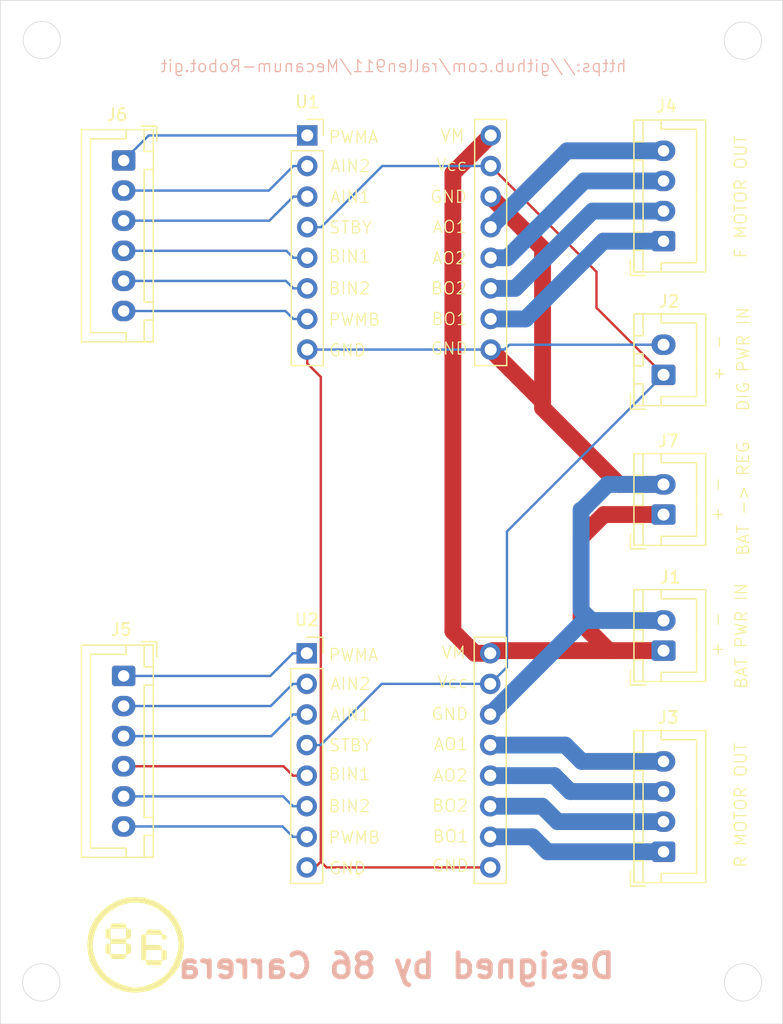
<source format=kicad_pcb>
(kicad_pcb (version 20240108) (generator "pcbnew") (generator_version "8.0")
  (layers (0 "F.Cu" signal) (31 "B.Cu" signal) (34 "B.Paste" user) (35 "F.Paste" user) (36 "B.SilkS" user "B.Silkscreen") (37 "F.SilkS" user "F.Silkscreen") (38 "B.Mask" user) (39 "F.Mask" user) (44 "Edge.Cuts" user))
  (net 0 "")
  (net 1 "Net-(J1-Pin_1)")
  (net 2 "Net-(J1-Pin_2)")
  (net 3 "Net-(J2-Pin_1)")
  (net 4 "Net-(J3-Pin_4)")
  (net 5 "Net-(J3-Pin_2)")
  (net 6 "Net-(J3-Pin_1)")
  (net 7 "Net-(J3-Pin_3)")
  (net 8 "Net-(J4-Pin_2)")
  (net 9 "Net-(J4-Pin_4)")
  (net 10 "Net-(J4-Pin_1)")
  (net 11 "Net-(J4-Pin_3)")
  (net 12 "Net-(J5-Pin_3)")
  (net 13 "Net-(J5-Pin_1)")
  (net 14 "Net-(J5-Pin_6)")
  (net 15 "Net-(J5-Pin_5)")
  (net 16 "Net-(J5-Pin_4)")
  (net 17 "Net-(J5-Pin_2)")
  (net 18 "Net-(J6-Pin_3)")
  (net 19 "Net-(J6-Pin_1)")
  (net 20 "Net-(J6-Pin_4)")
  (net 21 "Net-(J6-Pin_6)")
  (net 22 "Net-(J6-Pin_5)")
  (net 23 "Net-(J6-Pin_2)")
  (footprint "Connector_JST:JST_XH_B4B-XH-A_1x04_P2.50mm_Vertical" (layer "F.Cu") (at 155.1 70 90)
    (property "Reference" "J4" (at 11.2 0.25 180) (layer "F.SilkS"))
    (property "Value" "Conn_01x04")
    (fp_line (start -1.6 -2.75) (end -2.85 -2.75) (stroke (width 0.12)) (layer "F.SilkS"))
    (fp_line (start -2.85 -2.75) (end -2.85 -1.5) (stroke (width 0.12)) (layer "F.SilkS"))
    (fp_line (start 10.06 -2.46) (end -2.56 -2.46) (stroke (width 0.12)) (layer "F.SilkS"))
    (fp_line (start -2.56 -2.46) (end -2.56 3.51) (stroke (width 0.12)) (layer "F.SilkS"))
    (fp_line (start 10.05 -2.45) (end 8.25 -2.45) (stroke (width 0.12)) (layer "F.SilkS"))
    (fp_line (start 8.25 -2.45) (end 8.25 -1.7) (stroke (width 0.12)) (layer "F.SilkS"))
    (fp_line (start 6.75 -2.45) (end 0.75 -2.45) (stroke (width 0.12)) (layer "F.SilkS"))
    (fp_line (start 0.75 -2.45) (end 0.75 -1.7) (stroke (width 0.12)) (layer "F.SilkS"))
    (fp_line (start -0.75 -2.45) (end -2.55 -2.45) (stroke (width 0.12)) (layer "F.SilkS"))
    (fp_line (start -2.55 -2.45) (end -2.55 -1.7) (stroke (width 0.12)) (layer "F.SilkS"))
    (fp_line (start 10.05 -1.7) (end 10.05 -2.45) (stroke (width 0.12)) (layer "F.SilkS"))
    (fp_line (start 8.25 -1.7) (end 10.05 -1.7) (stroke (width 0.12)) (layer "F.SilkS"))
    (fp_line (start 6.75 -1.7) (end 6.75 -2.45) (stroke (width 0.12)) (layer "F.SilkS"))
    (fp_line (start 0.75 -1.7) (end 6.75 -1.7) (stroke (width 0.12)) (layer "F.SilkS"))
    (fp_line (start -0.75 -1.7) (end -0.75 -2.45) (stroke (width 0.12)) (layer "F.SilkS"))
    (fp_line (start -2.55 -1.7) (end -0.75 -1.7) (stroke (width 0.12)) (layer "F.SilkS"))
    (fp_line (start 10.05 -0.2) (end 9.3 -0.2) (stroke (width 0.12)) (layer "F.SilkS"))
    (fp_line (start 9.3 -0.2) (end 9.3 2.75) (stroke (width 0.12)) (layer "F.SilkS"))
    (fp_line (start -1.8 -0.2) (end -1.8 2.75) (stroke (width 0.12)) (layer "F.SilkS"))
    (fp_line (start -2.55 -0.2) (end -1.8 -0.2) (stroke (width 0.12)) (layer "F.SilkS"))
    (fp_line (start 9.3 2.75) (end 3.75 2.75) (stroke (width 0.12)) (layer "F.SilkS"))
    (fp_line (start -1.8 2.75) (end 3.75 2.75) (stroke (width 0.12)) (layer "F.SilkS"))
    (fp_line (start 10.06 3.51) (end 10.06 -2.46) (stroke (width 0.12)) (layer "F.SilkS"))
    (fp_line (start -2.56 3.51) (end 10.06 3.51) (stroke (width 0.12)) (layer "F.SilkS"))
    (pad "1" thru_hole roundrect (at 0 0 90) (size 1.7 1.95) (drill 0.95) (layers "*.Cu" "*.Mask") (roundrect_rratio 0.147059) (net 10 "Net-(J4-Pin_1)"))
    (pad "2" thru_hole oval (at 2.5 0 90) (size 1.7 1.95) (drill 0.95) (layers "*.Cu" "*.Mask") (net 8 "Net-(J4-Pin_2)"))
    (pad "3" thru_hole oval (at 5 0 90) (size 1.7 1.95) (drill 0.95) (layers "*.Cu" "*.Mask") (net 11 "Net-(J4-Pin_3)"))
    (pad "4" thru_hole oval (at 7.5 0 90) (size 1.7 1.95) (drill 0.95) (layers "*.Cu" "*.Mask") (net 9 "Net-(J4-Pin_4)"))
  )
  (footprint "Connector_JST:JST_XH_B2B-XH-A_1x02_P2.50mm_Vertical" (layer "F.Cu") (at 155.1 104 90)
    (property "Reference" "J1" (at 6.1 0.55 180) (layer "F.SilkS"))
    (property "Value" "Conn_01x02")
    (fp_line (start -1.6 -2.75) (end -2.85 -2.75) (stroke (width 0.12)) (layer "F.SilkS"))
    (fp_line (start -2.85 -2.75) (end -2.85 -1.5) (stroke (width 0.12)) (layer "F.SilkS"))
    (fp_line (start 5.06 -2.46) (end -2.56 -2.46) (stroke (width 0.12)) (layer "F.SilkS"))
    (fp_line (start -2.56 -2.46) (end -2.56 3.51) (stroke (width 0.12)) (layer "F.SilkS"))
    (fp_line (start 5.05 -2.45) (end 3.25 -2.45) (stroke (width 0.12)) (layer "F.SilkS"))
    (fp_line (start 3.25 -2.45) (end 3.25 -1.7) (stroke (width 0.12)) (layer "F.SilkS"))
    (fp_line (start 1.75 -2.45) (end 0.75 -2.45) (stroke (width 0.12)) (layer "F.SilkS"))
    (fp_line (start 0.75 -2.45) (end 0.75 -1.7) (stroke (width 0.12)) (layer "F.SilkS"))
    (fp_line (start -0.75 -2.45) (end -2.55 -2.45) (stroke (width 0.12)) (layer "F.SilkS"))
    (fp_line (start -2.55 -2.45) (end -2.55 -1.7) (stroke (width 0.12)) (layer "F.SilkS"))
    (fp_line (start 5.05 -1.7) (end 5.05 -2.45) (stroke (width 0.12)) (layer "F.SilkS"))
    (fp_line (start 3.25 -1.7) (end 5.05 -1.7) (stroke (width 0.12)) (layer "F.SilkS"))
    (fp_line (start 1.75 -1.7) (end 1.75 -2.45) (stroke (width 0.12)) (layer "F.SilkS"))
    (fp_line (start 0.75 -1.7) (end 1.75 -1.7) (stroke (width 0.12)) (layer "F.SilkS"))
    (fp_line (start -0.75 -1.7) (end -0.75 -2.45) (stroke (width 0.12)) (layer "F.SilkS"))
    (fp_line (start -2.55 -1.7) (end -0.75 -1.7) (stroke (width 0.12)) (layer "F.SilkS"))
    (fp_line (start 5.05 -0.2) (end 4.3 -0.2) (stroke (width 0.12)) (layer "F.SilkS"))
    (fp_line (start 4.3 -0.2) (end 4.3 2.75) (stroke (width 0.12)) (layer "F.SilkS"))
    (fp_line (start -1.8 -0.2) (end -1.8 2.75) (stroke (width 0.12)) (layer "F.SilkS"))
    (fp_line (start -2.55 -0.2) (end -1.8 -0.2) (stroke (width 0.12)) (layer "F.SilkS"))
    (fp_line (start 4.3 2.75) (end 1.25 2.75) (stroke (width 0.12)) (layer "F.SilkS"))
    (fp_line (start -1.8 2.75) (end 1.25 2.75) (stroke (width 0.12)) (layer "F.SilkS"))
    (fp_line (start 5.06 3.51) (end 5.06 -2.46) (stroke (width 0.12)) (layer "F.SilkS"))
    (fp_line (start -2.56 3.51) (end 5.06 3.51) (stroke (width 0.12)) (layer "F.SilkS"))
    (pad "1" thru_hole roundrect (at 0 0 90) (size 1.7 2) (drill 1) (layers "*.Cu" "*.Mask") (roundrect_rratio 0.147059) (net 1 "Net-(J1-Pin_1)"))
    (pad "2" thru_hole oval (at 2.5 0 90) (size 1.7 2) (drill 1) (layers "*.Cu" "*.Mask") (net 2 "Net-(J1-Pin_2)"))
  )
  (footprint "motor driver:TB6612FNG Module_2x08_P2.54_W15.24mm" (layer "F.Cu") (at 125.46 104.22)
    (property "Reference" "U2" (at 0 -2.77 0) (layer "F.SilkS"))
    (property "Value" "~")
    (fp_line (start -1.33 1.27) (end -1.33 19.11) (stroke (width 0.12)) (layer "F.SilkS"))
    (fp_line (start -1.33 1.27) (end 1.33 1.27) (stroke (width 0.12)) (layer "F.SilkS"))
    (fp_line (start -1.33 19.11) (end 1.33 19.11) (stroke (width 0.12)) (layer "F.SilkS"))
    (fp_line (start 0 -1.33) (end 1.33 -1.33) (stroke (width 0.12)) (layer "F.SilkS"))
    (fp_line (start 1.33 -1.33) (end 1.33 0) (stroke (width 0.12)) (layer "F.SilkS"))
    (fp_line (start 1.33 1.27) (end 1.33 19.11) (stroke (width 0.12)) (layer "F.SilkS"))
    (fp_line (start 13.91 -1.33) (end 13.91 19.11) (stroke (width 0.12)) (layer "F.SilkS"))
    (fp_line (start 13.91 -1.33) (end 16.57 -1.33) (stroke (width 0.12)) (layer "F.SilkS"))
    (fp_line (start 13.91 19.11) (end 16.57 19.11) (stroke (width 0.12)) (layer "F.SilkS"))
    (fp_line (start 16.57 -1.33) (end 16.57 19.11) (stroke (width 0.12)) (layer "F.SilkS"))
    (pad "1" thru_hole rect (at 0 0) (size 1.7 1.7) (drill 1) (layers "*.Cu" "*.Mask") (net 13 "Net-(J5-Pin_1)"))
    (pad "2" thru_hole oval (at 0 2.54) (size 1.7 1.7) (drill 1) (layers "*.Cu" "*.Mask") (net 17 "Net-(J5-Pin_2)"))
    (pad "3" thru_hole oval (at 0 5.08) (size 1.7 1.7) (drill 1) (layers "*.Cu" "*.Mask") (net 12 "Net-(J5-Pin_3)"))
    (pad "4" thru_hole oval (at 0 7.62) (size 1.7 1.7) (drill 1) (layers "*.Cu" "*.Mask") (net 3 "Net-(J2-Pin_1)"))
    (pad "5" thru_hole oval (at 0 10.16) (size 1.7 1.7) (drill 1) (layers "*.Cu" "*.Mask") (net 16 "Net-(J5-Pin_4)"))
    (pad "6" thru_hole oval (at 0 12.7) (size 1.7 1.7) (drill 1) (layers "*.Cu" "*.Mask") (net 15 "Net-(J5-Pin_5)"))
    (pad "7" thru_hole oval (at 0 15.24) (size 1.7 1.7) (drill 1) (layers "*.Cu" "*.Mask") (net 14 "Net-(J5-Pin_6)"))
    (pad "8" thru_hole oval (at 0 17.78) (size 1.7 1.7) (drill 1) (layers "*.Cu" "*.Mask") (net 2 "Net-(J1-Pin_2)"))
    (pad "9" thru_hole oval (at 15.24 17.78) (size 1.7 1.7) (drill 1) (layers "*.Cu" "*.Mask") (net 2 "Net-(J1-Pin_2)"))
    (pad "10" thru_hole oval (at 15.24 15.24) (size 1.7 1.7) (drill 1) (layers "*.Cu" "*.Mask") (net 6 "Net-(J3-Pin_1)"))
    (pad "11" thru_hole oval (at 15.24 12.7) (size 1.7 1.7) (drill 1) (layers "*.Cu" "*.Mask") (net 5 "Net-(J3-Pin_2)"))
    (pad "12" thru_hole oval (at 15.24 10.16) (size 1.7 1.7) (drill 1) (layers "*.Cu" "*.Mask") (net 7 "Net-(J3-Pin_3)"))
    (pad "13" thru_hole oval (at 15.24 7.62) (size 1.7 1.7) (drill 1) (layers "*.Cu" "*.Mask") (net 4 "Net-(J3-Pin_4)"))
    (pad "14" thru_hole oval (at 15.24 5.08) (size 1.7 1.7) (drill 1) (layers "*.Cu" "*.Mask") (net 2 "Net-(J1-Pin_2)"))
    (pad "15" thru_hole oval (at 15.24 2.54) (size 1.7 1.7) (drill 1) (layers "*.Cu" "*.Mask") (net 3 "Net-(J2-Pin_1)"))
    (pad "16" thru_hole circle (at 15.24 0) (size 1.7 1.7) (drill 1) (layers "*.Cu" "*.Mask") (net 1 "Net-(J1-Pin_1)"))
  )
  (footprint "Connector_JST:JST_XH_B4B-XH-A_1x04_P2.50mm_Vertical" (layer "F.Cu") (at 155.1 120.7 90)
    (property "Reference" "J3" (at 11.15 0.4 180) (layer "F.SilkS"))
    (property "Value" "Conn_01x04")
    (fp_line (start -1.6 -2.75) (end -2.85 -2.75) (stroke (width 0.12)) (layer "F.SilkS"))
    (fp_line (start -2.85 -2.75) (end -2.85 -1.5) (stroke (width 0.12)) (layer "F.SilkS"))
    (fp_line (start 10.06 -2.46) (end -2.56 -2.46) (stroke (width 0.12)) (layer "F.SilkS"))
    (fp_line (start -2.56 -2.46) (end -2.56 3.51) (stroke (width 0.12)) (layer "F.SilkS"))
    (fp_line (start 10.05 -2.45) (end 8.25 -2.45) (stroke (width 0.12)) (layer "F.SilkS"))
    (fp_line (start 8.25 -2.45) (end 8.25 -1.7) (stroke (width 0.12)) (layer "F.SilkS"))
    (fp_line (start 6.75 -2.45) (end 0.75 -2.45) (stroke (width 0.12)) (layer "F.SilkS"))
    (fp_line (start 0.75 -2.45) (end 0.75 -1.7) (stroke (width 0.12)) (layer "F.SilkS"))
    (fp_line (start -0.75 -2.45) (end -2.55 -2.45) (stroke (width 0.12)) (layer "F.SilkS"))
    (fp_line (start -2.55 -2.45) (end -2.55 -1.7) (stroke (width 0.12)) (layer "F.SilkS"))
    (fp_line (start 10.05 -1.7) (end 10.05 -2.45) (stroke (width 0.12)) (layer "F.SilkS"))
    (fp_line (start 8.25 -1.7) (end 10.05 -1.7) (stroke (width 0.12)) (layer "F.SilkS"))
    (fp_line (start 6.75 -1.7) (end 6.75 -2.45) (stroke (width 0.12)) (layer "F.SilkS"))
    (fp_line (start 0.75 -1.7) (end 6.75 -1.7) (stroke (width 0.12)) (layer "F.SilkS"))
    (fp_line (start -0.75 -1.7) (end -0.75 -2.45) (stroke (width 0.12)) (layer "F.SilkS"))
    (fp_line (start -2.55 -1.7) (end -0.75 -1.7) (stroke (width 0.12)) (layer "F.SilkS"))
    (fp_line (start 10.05 -0.2) (end 9.3 -0.2) (stroke (width 0.12)) (layer "F.SilkS"))
    (fp_line (start 9.3 -0.2) (end 9.3 2.75) (stroke (width 0.12)) (layer "F.SilkS"))
    (fp_line (start -1.8 -0.2) (end -1.8 2.75) (stroke (width 0.12)) (layer "F.SilkS"))
    (fp_line (start -2.55 -0.2) (end -1.8 -0.2) (stroke (width 0.12)) (layer "F.SilkS"))
    (fp_line (start 9.3 2.75) (end 3.75 2.75) (stroke (width 0.12)) (layer "F.SilkS"))
    (fp_line (start -1.8 2.75) (end 3.75 2.75) (stroke (width 0.12)) (layer "F.SilkS"))
    (fp_line (start 10.06 3.51) (end 10.06 -2.46) (stroke (width 0.12)) (layer "F.SilkS"))
    (fp_line (start -2.56 3.51) (end 10.06 3.51) (stroke (width 0.12)) (layer "F.SilkS"))
    (pad "1" thru_hole roundrect (at 0 0 90) (size 1.7 1.95) (drill 0.95) (layers "*.Cu" "*.Mask") (roundrect_rratio 0.147059) (net 6 "Net-(J3-Pin_1)"))
    (pad "2" thru_hole oval (at 2.5 0 90) (size 1.7 1.95) (drill 0.95) (layers "*.Cu" "*.Mask") (net 5 "Net-(J3-Pin_2)"))
    (pad "3" thru_hole oval (at 5 0 90) (size 1.7 1.95) (drill 0.95) (layers "*.Cu" "*.Mask") (net 7 "Net-(J3-Pin_3)"))
    (pad "4" thru_hole oval (at 7.5 0 90) (size 1.7 1.95) (drill 0.95) (layers "*.Cu" "*.Mask") (net 4 "Net-(J3-Pin_4)"))
  )
  (footprint "Connector_JST:JST_XH_B2B-XH-A_1x02_P2.50mm_Vertical" (layer "F.Cu") (at 155.1 81.1 90)
    (property "Reference" "J2" (at 6.1 0.45 180) (layer "F.SilkS"))
    (property "Value" "Conn_01x02")
    (fp_line (start -1.6 -2.75) (end -2.85 -2.75) (stroke (width 0.12)) (layer "F.SilkS"))
    (fp_line (start -2.85 -2.75) (end -2.85 -1.5) (stroke (width 0.12)) (layer "F.SilkS"))
    (fp_line (start 5.06 -2.46) (end -2.56 -2.46) (stroke (width 0.12)) (layer "F.SilkS"))
    (fp_line (start -2.56 -2.46) (end -2.56 3.51) (stroke (width 0.12)) (layer "F.SilkS"))
    (fp_line (start 5.05 -2.45) (end 3.25 -2.45) (stroke (width 0.12)) (layer "F.SilkS"))
    (fp_line (start 3.25 -2.45) (end 3.25 -1.7) (stroke (width 0.12)) (layer "F.SilkS"))
    (fp_line (start 1.75 -2.45) (end 0.75 -2.45) (stroke (width 0.12)) (layer "F.SilkS"))
    (fp_line (start 0.75 -2.45) (end 0.75 -1.7) (stroke (width 0.12)) (layer "F.SilkS"))
    (fp_line (start -0.75 -2.45) (end -2.55 -2.45) (stroke (width 0.12)) (layer "F.SilkS"))
    (fp_line (start -2.55 -2.45) (end -2.55 -1.7) (stroke (width 0.12)) (layer "F.SilkS"))
    (fp_line (start 5.05 -1.7) (end 5.05 -2.45) (stroke (width 0.12)) (layer "F.SilkS"))
    (fp_line (start 3.25 -1.7) (end 5.05 -1.7) (stroke (width 0.12)) (layer "F.SilkS"))
    (fp_line (start 1.75 -1.7) (end 1.75 -2.45) (stroke (width 0.12)) (layer "F.SilkS"))
    (fp_line (start 0.75 -1.7) (end 1.75 -1.7) (stroke (width 0.12)) (layer "F.SilkS"))
    (fp_line (start -0.75 -1.7) (end -0.75 -2.45) (stroke (width 0.12)) (layer "F.SilkS"))
    (fp_line (start -2.55 -1.7) (end -0.75 -1.7) (stroke (width 0.12)) (layer "F.SilkS"))
    (fp_line (start 5.05 -0.2) (end 4.3 -0.2) (stroke (width 0.12)) (layer "F.SilkS"))
    (fp_line (start 4.3 -0.2) (end 4.3 2.75) (stroke (width 0.12)) (layer "F.SilkS"))
    (fp_line (start -1.8 -0.2) (end -1.8 2.75) (stroke (width 0.12)) (layer "F.SilkS"))
    (fp_line (start -2.55 -0.2) (end -1.8 -0.2) (stroke (width 0.12)) (layer "F.SilkS"))
    (fp_line (start 4.3 2.75) (end 1.25 2.75) (stroke (width 0.12)) (layer "F.SilkS"))
    (fp_line (start -1.8 2.75) (end 1.25 2.75) (stroke (width 0.12)) (layer "F.SilkS"))
    (fp_line (start 5.06 3.51) (end 5.06 -2.46) (stroke (width 0.12)) (layer "F.SilkS"))
    (fp_line (start -2.56 3.51) (end 5.06 3.51) (stroke (width 0.12)) (layer "F.SilkS"))
    (pad "1" thru_hole roundrect (at 0 0 90) (size 1.7 2) (drill 1) (layers "*.Cu" "*.Mask") (roundrect_rratio 0.147059) (net 3 "Net-(J2-Pin_1)"))
    (pad "2" thru_hole oval (at 2.5 0 90) (size 1.7 2) (drill 1) (layers "*.Cu" "*.Mask") (net 2 "Net-(J1-Pin_2)"))
  )
  (footprint "motor driver:86Carrera_logo" (layer "F.Cu") (at 111.2 128.35)
    (property "Reference" "G***" (hide yes))
    (property "Value" "LOGO" (hide yes))
    (fp_poly (pts (xy 0.741449 -3.837598) (xy 1.482138 -3.62887) (xy 2.183203 -3.273207) (xy 2.824011 -2.77061) (xy 2.918917 -2.677222) (xy 3.435795 -2.039142) (xy 3.801361 -1.337024) (xy 4.012987 -0.587865) (xy 4.068047 0.19134) (xy 3.963912 0.983595) (xy 3.697956 1.771902) (xy 3.629392 1.918851) (xy 3.39942 2.285007) (xy 3.066468 2.684218) (xy 2.676966 3.069849) (xy 2.277342 3.395264) (xy 1.96754 3.588093) (xy 1.225425 3.879931) (xy 0.443616 4.033875) (xy -0.337761 4.045246) (xy -0.993602 3.933478) (xy -1.726458 3.660945) (xy -2.378504 3.253211) (xy -2.83425 2.846555) (xy -3.355997 2.211121) (xy -3.717833 1.522776) (xy -3.923203 0.773189) (xy -3.962943 0.267619) (xy -3.52724 0.267619) (xy -3.480628 0.613609) (xy -3.240019 1.387148) (xy -2.862468 2.065889) (xy -2.357867 2.639381) (xy -1.736105 3.097172) (xy -1.007073 3.42881) (xy -0.739602 3.510145) (xy -0.238038 3.612434) (xy 0.215249 3.620456) (xy 0.708559 3.534454) (xy 0.787967 3.514372) (xy 1.558689 3.233457) (xy 2.222954 2.824461) (xy 2.772103 2.296427) (xy 3.197477 1.6584) (xy 3.490417 0.919422) (xy 3.565295 0.613609) (xy 3.616431 -0.036276) (xy 3.516639 -0.695096) (xy 3.280488 -1.335951) (xy 2.922548 -1.931941) (xy 2.457388 -2.456165) (xy 1.89958 -2.881723) (xy 1.578429 -3.054768) (xy 0.878026 -3.321907) (xy 0.218948 -3.438093) (xy -0.431958 -3.403279) (xy -1.107846 -3.217421) (xy -1.502943 -3.050473) (xy -2.094889 -2.690372) (xy -2.60493 -2.216201) (xy -3.018124 -1.655638) (xy -3.319534 -1.036361) (xy -3.494219 -0.386049) (xy -3.52724 0.267619) (xy -3.962943 0.267619) (xy -3.977324 0.084667) (xy -3.901699 -0.723266) (xy -3.672528 -1.462908) (xy -3.286363 -2.142588) (xy -2.83425 -2.677222) (xy -2.204916 -3.203166) (xy -1.512047 -3.582176) (xy -0.776276 -3.814251) (xy -0.018233 -3.899392)) (fill solid) (layer "F.SilkS"))
    (fp_poly (pts (xy 1.889321 -1.182696) (xy 2.078649 -1.166856) (xy 2.169985 -1.125924) (xy 2.198999 -1.048011) (xy 2.201333 -0.973667) (xy 2.236303 -0.812545) (xy 2.373993 -0.762894) (xy 2.413 -0.762) (xy 2.574122 -0.727031) (xy 2.623773 -0.58934) (xy 2.624667 -0.550333) (xy 2.589697 -0.389212) (xy 2.452007 -0.339561) (xy 2.413 -0.338667) (xy 2.251878 -0.373636) (xy 2.202227 -0.511327) (xy 2.201333 -0.550333) (xy 2.193419 -0.657996) (xy 2.145899 -0.721105) (xy 2.023105 -0.751551) (xy 1.789367 -0.761222) (xy 1.566333 -0.762) (xy 0.931333 -0.762) (xy 0.931333 -0.338667) (xy 0.931333 0.084667) (xy 1.566333 0.084667) (xy 1.889321 0.087304) (xy 2.078649 0.103144) (xy 2.169985 0.144076) (xy 2.198999 0.221989) (xy 2.201333 0.296333) (xy 2.236303 0.457455) (xy 2.373993 0.507106) (xy 2.413 0.508) (xy 2.538622 0.521725) (xy 2.601292 0.59177) (xy 2.622661 0.76144) (xy 2.624667 0.931333) (xy 2.617804 1.182577) (xy 2.582781 1.307917) (xy 2.497947 1.350656) (xy 2.413 1.354667) (xy 2.251878 1.389636) (xy 2.202227 1.527326) (xy 2.201333 1.566333) (xy 2.193419 1.673996) (xy 2.145899 1.737105) (xy 2.023105 1.76755) (xy 1.789367 1.777222) (xy 1.566333 1.778) (xy 1.243346 1.775362) (xy 1.054018 1.759522) (xy 0.962681 1.71859) (xy 0.933667 1.640678) (xy 0.931333 1.566333) (xy 0.896364 1.405211) (xy 0.758673 1.35556) (xy 0.719667 1.354667) (xy 0.508 1.354667) (xy 0.508 0.931333) (xy 0.931333 0.931333) (xy 0.931333 1.354667) (xy 1.566333 1.354667) (xy 2.201333 1.354667) (xy 2.201333 0.931333) (xy 2.201333 0.508) (xy 1.566333 0.508) (xy 0.931333 0.508) (xy 0.931333 0.931333) (xy 0.508 0.931333) (xy 0.508 0.296333) (xy 0.508 -0.762) (xy 0.719667 -0.762) (xy 0.880788 -0.79697) (xy 0.930439 -0.93466) (xy 0.931333 -0.973667) (xy 0.939247 -1.081329) (xy 0.986767 -1.144439) (xy 1.109562 -1.174884) (xy 1.3433 -1.184555) (xy 1.566333 -1.185333)) (fill solid) (layer "F.SilkS"))
    (fp_poly (pts (xy -1.074013 -1.690696) (xy -0.884685 -1.674856) (xy -0.793348 -1.633924) (xy -0.764334 -1.556011) (xy -0.762 -1.481667) (xy -0.727031 -1.320545) (xy -0.58934 -1.270894) (xy -0.550333 -1.27) (xy -0.424711 -1.256275) (xy -0.362042 -1.18623) (xy -0.340672 -1.01656) (xy -0.338667 -0.846667) (xy -0.345529 -0.595423) (xy -0.380552 -0.470083) (xy -0.465387 -0.427344) (xy -0.550333 -0.423333) (xy -0.711455 -0.388364) (xy -0.761106 -0.250674) (xy -0.762 -0.211667) (xy -0.727031 -0.050545) (xy -0.58934 -0.000894) (xy -0.550333 0) (xy -0.424711 0.013725) (xy -0.362042 0.08377) (xy -0.340672 0.25344) (xy -0.338667 0.423333) (xy -0.345529 0.674577) (xy -0.380552 0.799917) (xy -0.465387 0.842656) (xy -0.550333 0.846667) (xy -0.711455 0.881636) (xy -0.761106 1.019326) (xy -0.762 1.058333) (xy -0.769914 1.165996) (xy -0.817434 1.229105) (xy -0.940229 1.25955) (xy -1.173967 1.269222) (xy -1.397 1.27) (xy -1.719988 1.267362) (xy -1.909316 1.251522) (xy -2.000652 1.21059) (xy -2.029666 1.132678) (xy -2.032 1.058333) (xy -2.06697 0.897211) (xy -2.20466 0.84756) (xy -2.243667 0.846667) (xy -2.369289 0.832941) (xy -2.431959 0.762896) (xy -2.453328 0.593227) (xy -2.455333 0.423333) (xy -2.032 0.423333) (xy -2.032 0.846667) (xy -1.397 0.846667) (xy -0.762 0.846667) (xy -0.762 0.423333) (xy -0.762 0) (xy -1.397 0) (xy -2.032 0) (xy -2.032 0.423333) (xy -2.455333 0.423333) (xy -2.448471 0.172089) (xy -2.413448 0.046749) (xy -2.328614 0.00401) (xy -2.243667 0) (xy -2.082545 -0.03497) (xy -2.032894 -0.17266) (xy -2.032 -0.211667) (xy -2.06697 -0.372789) (xy -2.20466 -0.42244) (xy -2.243667 -0.423333) (xy -2.369289 -0.437059) (xy -2.431959 -0.507104) (xy -2.453328 -0.676773) (xy -2.455333 -0.846667) (xy -2.032 -0.846667) (xy -2.032 -0.423333) (xy -1.397 -0.423333) (xy -0.762 -0.423333) (xy -0.762 -0.846667) (xy -0.762 -1.27) (xy -1.397 -1.27) (xy -2.032 -1.27) (xy -2.032 -0.846667) (xy -2.455333 -0.846667) (xy -2.448471 -1.097911) (xy -2.413448 -1.223251) (xy -2.328614 -1.26599) (xy -2.243667 -1.27) (xy -2.082545 -1.30497) (xy -2.032894 -1.44266) (xy -2.032 -1.481667) (xy -2.024086 -1.589329) (xy -1.976566 -1.652439) (xy -1.853772 -1.682884) (xy -1.620034 -1.692555) (xy -1.397 -1.693333)) (fill solid) (layer "F.SilkS"))
  )
  (footprint "Connector_JST:JST_XH_B6B-XH-A_1x06_P2.50mm_Vertical" (layer "F.Cu") (at 110.25 63.3 -90)
    (property "Reference" "J6" (at -3.8 0.55 180) (layer "F.SilkS"))
    (property "Value" "Conn_01x06")
    (fp_line (start -2.56 3.51) (end 15.06 3.51) (stroke (width 0.12)) (layer "F.SilkS"))
    (fp_line (start 15.06 3.51) (end 15.06 -2.46) (stroke (width 0.12)) (layer "F.SilkS"))
    (fp_line (start -1.8 2.75) (end 6.25 2.75) (stroke (width 0.12)) (layer "F.SilkS"))
    (fp_line (start 14.3 2.75) (end 6.25 2.75) (stroke (width 0.12)) (layer "F.SilkS"))
    (fp_line (start -2.55 -0.2) (end -1.8 -0.2) (stroke (width 0.12)) (layer "F.SilkS"))
    (fp_line (start -1.8 -0.2) (end -1.8 2.75) (stroke (width 0.12)) (layer "F.SilkS"))
    (fp_line (start 14.3 -0.2) (end 14.3 2.75) (stroke (width 0.12)) (layer "F.SilkS"))
    (fp_line (start 15.05 -0.2) (end 14.3 -0.2) (stroke (width 0.12)) (layer "F.SilkS"))
    (fp_line (start -2.55 -1.7) (end -0.75 -1.7) (stroke (width 0.12)) (layer "F.SilkS"))
    (fp_line (start -0.75 -1.7) (end -0.75 -2.45) (stroke (width 0.12)) (layer "F.SilkS"))
    (fp_line (start 0.75 -1.7) (end 11.75 -1.7) (stroke (width 0.12)) (layer "F.SilkS"))
    (fp_line (start 11.75 -1.7) (end 11.75 -2.45) (stroke (width 0.12)) (layer "F.SilkS"))
    (fp_line (start 13.25 -1.7) (end 15.05 -1.7) (stroke (width 0.12)) (layer "F.SilkS"))
    (fp_line (start 15.05 -1.7) (end 15.05 -2.45) (stroke (width 0.12)) (layer "F.SilkS"))
    (fp_line (start -2.55 -2.45) (end -2.55 -1.7) (stroke (width 0.12)) (layer "F.SilkS"))
    (fp_line (start -0.75 -2.45) (end -2.55 -2.45) (stroke (width 0.12)) (layer "F.SilkS"))
    (fp_line (start 0.75 -2.45) (end 0.75 -1.7) (stroke (width 0.12)) (layer "F.SilkS"))
    (fp_line (start 11.75 -2.45) (end 0.75 -2.45) (stroke (width 0.12)) (layer "F.SilkS"))
    (fp_line (start 13.25 -2.45) (end 13.25 -1.7) (stroke (width 0.12)) (layer "F.SilkS"))
    (fp_line (start 15.05 -2.45) (end 13.25 -2.45) (stroke (width 0.12)) (layer "F.SilkS"))
    (fp_line (start -2.56 -2.46) (end -2.56 3.51) (stroke (width 0.12)) (layer "F.SilkS"))
    (fp_line (start 15.06 -2.46) (end -2.56 -2.46) (stroke (width 0.12)) (layer "F.SilkS"))
    (fp_line (start -2.85 -2.75) (end -2.85 -1.5) (stroke (width 0.12)) (layer "F.SilkS"))
    (fp_line (start -1.6 -2.75) (end -2.85 -2.75) (stroke (width 0.12)) (layer "F.SilkS"))
    (pad "1" thru_hole roundrect (at 0 0 270) (size 1.7 1.95) (drill 0.95) (layers "*.Cu" "*.Mask") (roundrect_rratio 0.147059) (net 19 "Net-(J6-Pin_1)"))
    (pad "2" thru_hole oval (at 2.5 0 270) (size 1.7 1.95) (drill 0.95) (layers "*.Cu" "*.Mask") (net 23 "Net-(J6-Pin_2)"))
    (pad "3" thru_hole oval (at 5 0 270) (size 1.7 1.95) (drill 0.95) (layers "*.Cu" "*.Mask") (net 18 "Net-(J6-Pin_3)"))
    (pad "4" thru_hole oval (at 7.5 0 270) (size 1.7 1.95) (drill 0.95) (layers "*.Cu" "*.Mask") (net 20 "Net-(J6-Pin_4)"))
    (pad "5" thru_hole oval (at 10 0 270) (size 1.7 1.95) (drill 0.95) (layers "*.Cu" "*.Mask") (net 22 "Net-(J6-Pin_5)"))
    (pad "6" thru_hole oval (at 12.5 0 270) (size 1.7 1.95) (drill 0.95) (layers "*.Cu" "*.Mask") (net 21 "Net-(J6-Pin_6)"))
  )
  (footprint "motor driver:TB6612FNG Module_2x08_P2.54_W15.24mm" (layer "F.Cu") (at 125.5 61.22)
    (property "Reference" "U1" (at 0 -2.77 0) (layer "F.SilkS"))
    (property "Value" "~")
    (fp_line (start -1.33 1.27) (end -1.33 19.11) (stroke (width 0.12)) (layer "F.SilkS"))
    (fp_line (start -1.33 1.27) (end 1.33 1.27) (stroke (width 0.12)) (layer "F.SilkS"))
    (fp_line (start -1.33 19.11) (end 1.33 19.11) (stroke (width 0.12)) (layer "F.SilkS"))
    (fp_line (start 0 -1.33) (end 1.33 -1.33) (stroke (width 0.12)) (layer "F.SilkS"))
    (fp_line (start 1.33 -1.33) (end 1.33 0) (stroke (width 0.12)) (layer "F.SilkS"))
    (fp_line (start 1.33 1.27) (end 1.33 19.11) (stroke (width 0.12)) (layer "F.SilkS"))
    (fp_line (start 13.91 -1.33) (end 13.91 19.11) (stroke (width 0.12)) (layer "F.SilkS"))
    (fp_line (start 13.91 -1.33) (end 16.57 -1.33) (stroke (width 0.12)) (layer "F.SilkS"))
    (fp_line (start 13.91 19.11) (end 16.57 19.11) (stroke (width 0.12)) (layer "F.SilkS"))
    (fp_line (start 16.57 -1.33) (end 16.57 19.11) (stroke (width 0.12)) (layer "F.SilkS"))
    (pad "1" thru_hole rect (at 0 0) (size 1.7 1.7) (drill 1) (layers "*.Cu" "*.Mask") (net 19 "Net-(J6-Pin_1)"))
    (pad "2" thru_hole oval (at 0 2.54) (size 1.7 1.7) (drill 1) (layers "*.Cu" "*.Mask") (net 23 "Net-(J6-Pin_2)"))
    (pad "3" thru_hole oval (at 0 5.08) (size 1.7 1.7) (drill 1) (layers "*.Cu" "*.Mask") (net 18 "Net-(J6-Pin_3)"))
    (pad "4" thru_hole oval (at 0 7.62) (size 1.7 1.7) (drill 1) (layers "*.Cu" "*.Mask") (net 3 "Net-(J2-Pin_1)"))
    (pad "5" thru_hole oval (at 0 10.16) (size 1.7 1.7) (drill 1) (layers "*.Cu" "*.Mask") (net 20 "Net-(J6-Pin_4)"))
    (pad "6" thru_hole oval (at 0 12.7) (size 1.7 1.7) (drill 1) (layers "*.Cu" "*.Mask") (net 22 "Net-(J6-Pin_5)"))
    (pad "7" thru_hole oval (at 0 15.24) (size 1.7 1.7) (drill 1) (layers "*.Cu" "*.Mask") (net 21 "Net-(J6-Pin_6)"))
    (pad "8" thru_hole oval (at 0 17.78) (size 1.7 1.7) (drill 1) (layers "*.Cu" "*.Mask") (net 2 "Net-(J1-Pin_2)"))
    (pad "9" thru_hole oval (at 15.24 17.78) (size 1.7 1.7) (drill 1) (layers "*.Cu" "*.Mask") (net 2 "Net-(J1-Pin_2)"))
    (pad "10" thru_hole oval (at 15.24 15.24) (size 1.7 1.7) (drill 1) (layers "*.Cu" "*.Mask") (net 10 "Net-(J4-Pin_1)"))
    (pad "11" thru_hole oval (at 15.24 12.7) (size 1.7 1.7) (drill 1) (layers "*.Cu" "*.Mask") (net 8 "Net-(J4-Pin_2)"))
    (pad "12" thru_hole oval (at 15.24 10.16) (size 1.7 1.7) (drill 1) (layers "*.Cu" "*.Mask") (net 11 "Net-(J4-Pin_3)"))
    (pad "13" thru_hole oval (at 15.24 7.62) (size 1.7 1.7) (drill 1) (layers "*.Cu" "*.Mask") (net 9 "Net-(J4-Pin_4)"))
    (pad "14" thru_hole oval (at 15.24 5.08) (size 1.7 1.7) (drill 1) (layers "*.Cu" "*.Mask") (net 2 "Net-(J1-Pin_2)"))
    (pad "15" thru_hole oval (at 15.24 2.54) (size 1.7 1.7) (drill 1) (layers "*.Cu" "*.Mask") (net 3 "Net-(J2-Pin_1)"))
    (pad "16" thru_hole circle (at 15.24 0) (size 1.7 1.7) (drill 1) (layers "*.Cu" "*.Mask") (net 1 "Net-(J1-Pin_1)"))
  )
  (footprint "Connector_JST:JST_XH_B2B-XH-A_1x02_P2.50mm_Vertical" (layer "F.Cu") (at 155.1 92.7 90)
    (property "Reference" "J7" (at 6.1 0.4 180) (layer "F.SilkS"))
    (property "Value" "Conn_01x02")
    (fp_line (start -1.6 -2.75) (end -2.85 -2.75) (stroke (width 0.12)) (layer "F.SilkS"))
    (fp_line (start -2.85 -2.75) (end -2.85 -1.5) (stroke (width 0.12)) (layer "F.SilkS"))
    (fp_line (start 5.06 -2.46) (end -2.56 -2.46) (stroke (width 0.12)) (layer "F.SilkS"))
    (fp_line (start -2.56 -2.46) (end -2.56 3.51) (stroke (width 0.12)) (layer "F.SilkS"))
    (fp_line (start 5.05 -2.45) (end 3.25 -2.45) (stroke (width 0.12)) (layer "F.SilkS"))
    (fp_line (start 3.25 -2.45) (end 3.25 -1.7) (stroke (width 0.12)) (layer "F.SilkS"))
    (fp_line (start 1.75 -2.45) (end 0.75 -2.45) (stroke (width 0.12)) (layer "F.SilkS"))
    (fp_line (start 0.75 -2.45) (end 0.75 -1.7) (stroke (width 0.12)) (layer "F.SilkS"))
    (fp_line (start -0.75 -2.45) (end -2.55 -2.45) (stroke (width 0.12)) (layer "F.SilkS"))
    (fp_line (start -2.55 -2.45) (end -2.55 -1.7) (stroke (width 0.12)) (layer "F.SilkS"))
    (fp_line (start 5.05 -1.7) (end 5.05 -2.45) (stroke (width 0.12)) (layer "F.SilkS"))
    (fp_line (start 3.25 -1.7) (end 5.05 -1.7) (stroke (width 0.12)) (layer "F.SilkS"))
    (fp_line (start 1.75 -1.7) (end 1.75 -2.45) (stroke (width 0.12)) (layer "F.SilkS"))
    (fp_line (start 0.75 -1.7) (end 1.75 -1.7) (stroke (width 0.12)) (layer "F.SilkS"))
    (fp_line (start -0.75 -1.7) (end -0.75 -2.45) (stroke (width 0.12)) (layer "F.SilkS"))
    (fp_line (start -2.55 -1.7) (end -0.75 -1.7) (stroke (width 0.12)) (layer "F.SilkS"))
    (fp_line (start 5.05 -0.2) (end 4.3 -0.2) (stroke (width 0.12)) (layer "F.SilkS"))
    (fp_line (start 4.3 -0.2) (end 4.3 2.75) (stroke (width 0.12)) (layer "F.SilkS"))
    (fp_line (start -1.8 -0.2) (end -1.8 2.75) (stroke (width 0.12)) (layer "F.SilkS"))
    (fp_line (start -2.55 -0.2) (end -1.8 -0.2) (stroke (width 0.12)) (layer "F.SilkS"))
    (fp_line (start 4.3 2.75) (end 1.25 2.75) (stroke (width 0.12)) (layer "F.SilkS"))
    (fp_line (start -1.8 2.75) (end 1.25 2.75) (stroke (width 0.12)) (layer "F.SilkS"))
    (fp_line (start 5.06 3.51) (end 5.06 -2.46) (stroke (width 0.12)) (layer "F.SilkS"))
    (fp_line (start -2.56 3.51) (end 5.06 3.51) (stroke (width 0.12)) (layer "F.SilkS"))
    (pad "1" thru_hole roundrect (at 0 0 90) (size 1.7 2) (drill 1) (layers "*.Cu" "*.Mask") (roundrect_rratio 0.147059) (net 1 "Net-(J1-Pin_1)"))
    (pad "2" thru_hole oval (at 2.5 0 90) (size 1.7 2) (drill 1) (layers "*.Cu" "*.Mask") (net 2 "Net-(J1-Pin_2)"))
  )
  (footprint "Connector_JST:JST_XH_B6B-XH-A_1x06_P2.50mm_Vertical" (layer "F.Cu") (at 110.25 106.1 -90)
    (property "Reference" "J5" (at -3.85 0.2 180) (layer "F.SilkS"))
    (property "Value" "Conn_01x06")
    (fp_line (start -2.56 3.51) (end 15.06 3.51) (stroke (width 0.12)) (layer "F.SilkS"))
    (fp_line (start 15.06 3.51) (end 15.06 -2.46) (stroke (width 0.12)) (layer "F.SilkS"))
    (fp_line (start -1.8 2.75) (end 6.25 2.75) (stroke (width 0.12)) (layer "F.SilkS"))
    (fp_line (start 14.3 2.75) (end 6.25 2.75) (stroke (width 0.12)) (layer "F.SilkS"))
    (fp_line (start -2.55 -0.2) (end -1.8 -0.2) (stroke (width 0.12)) (layer "F.SilkS"))
    (fp_line (start -1.8 -0.2) (end -1.8 2.75) (stroke (width 0.12)) (layer "F.SilkS"))
    (fp_line (start 14.3 -0.2) (end 14.3 2.75) (stroke (width 0.12)) (layer "F.SilkS"))
    (fp_line (start 15.05 -0.2) (end 14.3 -0.2) (stroke (width 0.12)) (layer "F.SilkS"))
    (fp_line (start -2.55 -1.7) (end -0.75 -1.7) (stroke (width 0.12)) (layer "F.SilkS"))
    (fp_line (start -0.75 -1.7) (end -0.75 -2.45) (stroke (width 0.12)) (layer "F.SilkS"))
    (fp_line (start 0.75 -1.7) (end 11.75 -1.7) (stroke (width 0.12)) (layer "F.SilkS"))
    (fp_line (start 11.75 -1.7) (end 11.75 -2.45) (stroke (width 0.12)) (layer "F.SilkS"))
    (fp_line (start 13.25 -1.7) (end 15.05 -1.7) (stroke (width 0.12)) (layer "F.SilkS"))
    (fp_line (start 15.05 -1.7) (end 15.05 -2.45) (stroke (width 0.12)) (layer "F.SilkS"))
    (fp_line (start -2.55 -2.45) (end -2.55 -1.7) (stroke (width 0.12)) (layer "F.SilkS"))
    (fp_line (start -0.75 -2.45) (end -2.55 -2.45) (stroke (width 0.12)) (layer "F.SilkS"))
    (fp_line (start 0.75 -2.45) (end 0.75 -1.7) (stroke (width 0.12)) (layer "F.SilkS"))
    (fp_line (start 11.75 -2.45) (end 0.75 -2.45) (stroke (width 0.12)) (layer "F.SilkS"))
    (fp_line (start 13.25 -2.45) (end 13.25 -1.7) (stroke (width 0.12)) (layer "F.SilkS"))
    (fp_line (start 15.05 -2.45) (end 13.25 -2.45) (stroke (width 0.12)) (layer "F.SilkS"))
    (fp_line (start -2.56 -2.46) (end -2.56 3.51) (stroke (width 0.12)) (layer "F.SilkS"))
    (fp_line (start 15.06 -2.46) (end -2.56 -2.46) (stroke (width 0.12)) (layer "F.SilkS"))
    (fp_line (start -2.85 -2.75) (end -2.85 -1.5) (stroke (width 0.12)) (layer "F.SilkS"))
    (fp_line (start -1.6 -2.75) (end -2.85 -2.75) (stroke (width 0.12)) (layer "F.SilkS"))
    (pad "1" thru_hole roundrect (at 0 0 270) (size 1.7 1.95) (drill 0.95) (layers "*.Cu" "*.Mask") (roundrect_rratio 0.147059) (net 13 "Net-(J5-Pin_1)"))
    (pad "2" thru_hole oval (at 2.5 0 270) (size 1.7 1.95) (drill 0.95) (layers "*.Cu" "*.Mask") (net 17 "Net-(J5-Pin_2)"))
    (pad "3" thru_hole oval (at 5 0 270) (size 1.7 1.95) (drill 0.95) (layers "*.Cu" "*.Mask") (net 12 "Net-(J5-Pin_3)"))
    (pad "4" thru_hole oval (at 7.5 0 270) (size 1.7 1.95) (drill 0.95) (layers "*.Cu" "*.Mask") (net 16 "Net-(J5-Pin_4)"))
    (pad "5" thru_hole oval (at 10 0 270) (size 1.7 1.95) (drill 0.95) (layers "*.Cu" "*.Mask") (net 15 "Net-(J5-Pin_5)"))
    (pad "6" thru_hole oval (at 12.5 0 270) (size 1.7 1.95) (drill 0.95) (layers "*.Cu" "*.Mask") (net 14 "Net-(J5-Pin_6)"))
  )
  (gr_circle (center 103.4 131.55) (end 104.95 131.55) (stroke (width 0.05)) (fill none) (layer "Edge.Cuts"))
  (gr_circle (center 161.7 53.35) (end 163.25 53.35) (stroke (width 0.05)) (fill none) (layer "Edge.Cuts"))
  (gr_rect (start 100 50) (end 165 135) (stroke (width 0.05)) (fill none) (layer "Edge.Cuts"))
  (gr_circle (center 103.45 53.3) (end 105 53.3) (stroke (width 0.05)) (fill none) (layer "Edge.Cuts"))
  (gr_circle (center 161.7 131.55) (end 163.25 131.55) (stroke (width 0.05)) (fill none) (layer "Edge.Cuts"))
  (gr_text "https://github.com/rallen911/Mecanum-Robot.git" (at 152.1 56.05 0) (layer "B.SilkS") (effects (font (size 1 1) (thickness 0.1)) (justify left bottom mirror)))
  (gr_text "Designed by 86 Carrera" (at 151.25 131.35 0) (layer "B.SilkS") (effects (font (size 2 2) (thickness 0.4) (bold yes)) (justify left bottom mirror)))
  (gr_text "BO1" (at 135.85 120 0) (layer "F.SilkS") (effects (font (size 1 1) (thickness 0.1)) (justify left bottom)))
  (gr_text "BAT -> REG" (at 162.3 96.2 90) (layer "F.SilkS") (effects (font (size 1 1) (thickness 0.1)) (justify left bottom)))
  (gr_text "AIN2" (at 127.35 64.35 0) (layer "F.SilkS") (effects (font (size 1 1) (thickness 0.1)) (justify left bottom)))
  (gr_text "-" (at 160.25 79.05 90) (layer "F.SilkS") (effects (font (size 1 1) (thickness 0.1)) (justify left bottom)))
  (gr_text "DIG PWR IN" (at 162.3 84.2 90) (layer "F.SilkS") (effects (font (size 1 1) (thickness 0.1)) (justify left bottom)))
  (gr_text "Vcc" (at 136.25 107.2 0) (layer "F.SilkS") (effects (font (size 1 1) (thickness 0.1)) (justify left bottom)))
  (gr_text "PWMA" (at 127.2 61.95 0) (layer "F.SilkS") (effects (font (size 1 1) (thickness 0.1)) (justify left bottom)))
  (gr_text "GND" (at 135.8 122.45 0) (layer "F.SilkS") (effects (font (size 1 1) (thickness 0.1)) (justify left bottom)))
  (gr_text "VM" (at 136.5017 61.8 0) (layer "F.SilkS") (effects (font (size 1 1) (thickness 0.1)) (justify left bottom)))
  (gr_text "BAT PWR IN" (at 162.15 107.25 90) (layer "F.SilkS") (effects (font (size 1 1) (thickness 0.1)) (justify left bottom)))
  (gr_text "PWMB" (at 127.2 77.1 0) (layer "F.SilkS") (effects (font (size 1 1) (thickness 0.1)) (justify left bottom)))
  (gr_text "GND" (at 135.7017 79.5 0) (layer "F.SilkS") (effects (font (size 1 1) (thickness 0.1)) (justify left bottom)))
  (gr_text "STBY" (at 127.25 112.45 0) (layer "F.SilkS") (effects (font (size 1 1) (thickness 0.1)) (justify left bottom)))
  (gr_text "GND" (at 127.25 79.65 0) (layer "F.SilkS") (effects (font (size 1 1) (thickness 0.1)) (justify left bottom)))
  (gr_text "BIN2" (at 127.2 117.5 0) (layer "F.SilkS") (effects (font (size 1 1) (thickness 0.1)) (justify left bottom)))
  (gr_text "AO1" (at 135.8517 69.4 0) (layer "F.SilkS") (effects (font (size 1 1) (thickness 0.1)) (justify left bottom)))
  (gr_text "-" (at 160.15 90.9 90) (layer "F.SilkS") (effects (font (size 1 1) (thickness 0.1)) (justify left bottom)))
  (gr_text "BO2" (at 135.8 117.45 0) (layer "F.SilkS") (effects (font (size 1 1) (thickness 0.1)) (justify left bottom)))
  (gr_text "AIN1" (at 127.35 66.9 0) (layer "F.SilkS") (effects (font (size 1 1) (thickness 0.1)) (justify left bottom)))
  (gr_text "GND" (at 127.25 122.65 0) (layer "F.SilkS") (effects (font (size 1 1) (thickness 0.1)) (justify left bottom)))
  (gr_text "GND" (at 135.6517 66.9 0) (layer "F.SilkS") (effects (font (size 1 1) (thickness 0.1)) (justify left bottom)))
  (gr_text "F MOTOR OUT" (at 162.1 71.5 90) (layer "F.SilkS") (effects (font (size 1 1) (thickness 0.1)) (justify left bottom)))
  (gr_text "AO2" (at 135.8017 72 0) (layer "F.SilkS") (effects (font (size 1 1) (thickness 0.1)) (justify left bottom)))
  (gr_text "BIN1" (at 127.2 114.85 0) (layer "F.SilkS") (effects (font (size 1 1) (thickness 0.1)) (justify left bottom)))
  (gr_text "+" (at 158.95 104.4 0) (layer "F.SilkS") (effects (font (size 1 1) (thickness 0.1)) (justify left bottom)))
  (gr_text "GND" (at 135.75 109.85 0) (layer "F.SilkS") (effects (font (size 1 1) (thickness 0.1)) (justify left bottom)))
  (gr_text "BO1" (at 135.7517 77.05 0) (layer "F.SilkS") (effects (font (size 1 1) (thickness 0.1)) (justify left bottom)))
  (gr_text "R MOTOR OUT" (at 162.1 122.1 90) (layer "F.SilkS") (effects (font (size 1 1) (thickness 0.1)) (justify left bottom)))
  (gr_text "AIN1" (at 127.35 109.9 0) (layer "F.SilkS") (effects (font (size 1 1) (thickness 0.1)) (justify left bottom)))
  (gr_text "STBY" (at 127.25 69.45 0) (layer "F.SilkS") (effects (font (size 1 1) (thickness 0.1)) (justify left bottom)))
  (gr_text "BIN1" (at 127.2 71.85 0) (layer "F.SilkS") (effects (font (size 1 1) (thickness 0.1)) (justify left bottom)))
  (gr_text "BO2" (at 135.7017 74.5 0) (layer "F.SilkS") (effects (font (size 1 1) (thickness 0.1)) (justify left bottom)))
  (gr_text "-" (at 160.15 102.1 90) (layer "F.SilkS") (effects (font (size 1 1) (thickness 0.1)) (justify left bottom)))
  (gr_text "PWMB" (at 127.2 120.1 0) (layer "F.SilkS") (effects (font (size 1 1) (thickness 0.1)) (justify left bottom)))
  (gr_text "VM" (at 136.6 104.75 0) (layer "F.SilkS") (effects (font (size 1 1) (thickness 0.1)) (justify left bottom)))
  (gr_text "AO1" (at 135.95 112.35 0) (layer "F.SilkS") (effects (font (size 1 1) (thickness 0.1)) (justify left bottom)))
  (gr_text "AIN2" (at 127.35 107.35 0) (layer "F.SilkS") (effects (font (size 1 1) (thickness 0.1)) (justify left bottom)))
  (gr_text "+" (at 160.25 81.7 90) (layer "F.SilkS") (effects (font (size 1 1) (thickness 0.1)) (justify left bottom)))
  (gr_text "Vcc" (at 136.1517 64.25 0) (layer "F.SilkS") (effects (font (size 1 1) (thickness 0.1)) (justify left bottom)))
  (gr_text "+" (at 158.95 93.2 0) (layer "F.SilkS") (effects (font (size 1 1) (thickness 0.1)) (justify left bottom)))
  (gr_text "PWMA" (at 127.2 104.95 0) (layer "F.SilkS") (effects (font (size 1 1) (thickness 0.1)) (justify left bottom)))
  (gr_text "AO2" (at 135.9 114.95 0) (layer "F.SilkS") (effects (font (size 1 1) (thickness 0.1)) (justify left bottom)))
  (gr_text "BIN2" (at 127.2 74.5 0) (layer "F.SilkS") (effects (font (size 1 1) (thickness 0.1)) (justify left bottom)))
  (segment (start 139.42 104.22) (end 137.6 102.4) (width 1.4) (layer "F.Cu") (net 1))
  (segment (start 154.99 104.11) (end 155.1 104) (width 0.2) (layer "F.Cu") (net 1))
  (segment (start 155.4 92.7) (end 155.1 92.7) (width 0.4) (layer "F.Cu") (net 1))
  (segment (start 137.6 64.36) (end 140.74 61.22) (width 1.4) (layer "F.Cu") (net 1))
  (segment (start 148.25 94.6) (end 148.25 101.7) (width 1.4) (layer "F.Cu") (net 1))
  (segment (start 150.15 92.7) (end 148.25 94.6) (width 1.4) (layer "F.Cu") (net 1))
  (segment (start 148.25 101.7) (end 150.55 104) (width 1.4) (layer "F.Cu") (net 1))
  (segment (start 155.1 92.7) (end 150.15 92.7) (width 1.4) (layer "F.Cu") (net 1))
  (segment (start 150.55 104) (end 140.92 104) (width 1.4) (layer "F.Cu") (net 1))
  (segment (start 140.81 104.11) (end 140.7 104.22) (width 0.2) (layer "F.Cu") (net 1))
  (segment (start 155.1 104) (end 150.55 104) (width 1.4) (layer "F.Cu") (net 1))
  (segment (start 137.6 102.4) (end 137.6 64.36) (width 1.4) (layer "F.Cu") (net 1))
  (segment (start 140.7 104.22) (end 139.42 104.22) (width 1.4) (layer "F.Cu") (net 1))
  (segment (start 154.88 104.22) (end 154.99 104.11) (width 0.2) (layer "F.Cu") (net 1))
  (segment (start 140.92 104) (end 140.7 104.22) (width 1.4) (layer "F.Cu") (net 1))
  (segment (start 126.6272 81.2789) (end 126.6272 121.5272) (width 0.2) (layer "F.Cu") (net 2))
  (segment (start 126.6272 121.5272) (end 126.1544 122) (width 0.2) (layer "F.Cu") (net 2))
  (segment (start 125.5 80.1517) (end 126.6272 81.2789) (width 0.2) (layer "F.Cu") (net 2))
  (segment (start 145.05 83.31) (end 140.74 79) (width 1.4) (layer "F.Cu") (net 2))
  (segment (start 126.1544 122) (end 125.46 122) (width 0.2) (layer "F.Cu") (net 2))
  (segment (start 145.05 70.61) (end 140.74 66.3) (width 1.4) (layer "F.Cu") (net 2))
  (segment (start 125.5 79) (end 125.5 80.1517) (width 0.2) (layer "F.Cu") (net 2))
  (segment (start 151.4 90.2) (end 145.05 83.85) (width 1.4) (layer "F.Cu") (net 2))
  (segment (start 126.6272 121.5272) (end 127.1 122) (width 0.2) (layer "F.Cu") (net 2))
  (segment (start 140.7 122) (end 127.1 122) (width 0.2) (layer "F.Cu") (net 2))
  (segment (start 145.05 83.85) (end 145.05 83.31) (width 1.4) (layer "F.Cu") (net 2))
  (segment (start 145.05 83.85) (end 145.05 70.61) (width 1.4) (layer "F.Cu") (net 2))
  (segment (start 155.1 90.2) (end 151.4 90.2) (width 1.4) (layer "F.Cu") (net 2))
  (segment (start 149.1 101.5) (end 148.5 101.5) (width 1.4) (layer "B.Cu") (net 2))
  (segment (start 148.25 92.325) (end 148.325 92.325) (width 1.4) (layer "B.Cu") (net 2))
  (segment (start 149.1 101.5) (end 148.3 100.7) (width 1.4) (layer "B.Cu") (net 2))
  (segment (start 125.5 79) (end 140.74 79) (width 0.2) (layer "B.Cu") (net 2))
  (segment (start 148.25 100.675) (end 148.25 92.325) (width 1.4) (layer "B.Cu") (net 2))
  (segment (start 155.1 101.5) (end 153 101.5) (width 1.4) (layer "B.Cu") (net 2))
  (segment (start 150.45 90.2) (end 155.1 90.2) (width 1.4) (layer "B.Cu") (net 2))
  (segment (start 155.1 78.6) (end 142.2917 78.6) (width 0.2) (layer "B.Cu") (net 2))
  (segment (start 142.2917 78.6) (end 141.8917 79) (width 0.2) (layer "B.Cu") (net 2))
  (segment (start 153 101.5) (end 149.1 101.5) (width 1.4) (layer "B.Cu") (net 2))
  (segment (start 148.325 92.325) (end 150.45 90.2) (width 1.4) (layer "B.Cu") (net 2))
  (segment (start 148.5 101.5) (end 140.7 109.3) (width 1.4) (layer "B.Cu") (net 2))
  (segment (start 155.1 101.5) (end 155.1 100.9241) (width 0.2) (layer "B.Cu") (net 2))
  (segment (start 140.74 79) (end 141.8917 79) (width 0.2) (layer "B.Cu") (net 2))
  (segment (start 149.5312 72.5512) (end 140.74 63.76) (width 0.2) (layer "F.Cu") (net 3))
  (segment (start 149.5312 75.5312) (end 149.5312 72.5512) (width 0.2) (layer "F.Cu") (net 3))
  (segment (start 155.1 81.1) (end 149.5312 75.5312) (width 0.2) (layer "F.Cu") (net 3))
  (segment (start 126.6117 111.84) (end 131.6917 106.76) (width 0.2) (layer "B.Cu") (net 3))
  (segment (start 126.6517 68.84) (end 131.7317 63.76) (width 0.2) (layer "B.Cu") (net 3))
  (segment (start 142.0898 94.1102) (end 142.0898 105.3702) (width 0.2) (layer "B.Cu") (net 3))
  (segment (start 131.6917 106.76) (end 140.7 106.76) (width 0.2) (layer "B.Cu") (net 3))
  (segment (start 155.1 81.1) (end 142.0898 94.1102) (width 0.2) (layer "B.Cu") (net 3))
  (segment (start 131.7317 63.76) (end 140.74 63.76) (width 0.2) (layer "B.Cu") (net 3))
  (segment (start 125.46 111.84) (end 126.6117 111.84) (width 0.2) (layer "B.Cu") (net 3))
  (segment (start 125.5 68.84) (end 126.6517 68.84) (width 0.2) (layer "B.Cu") (net 3))
  (segment (start 142.0898 105.3702) (end 140.7 106.76) (width 0.2) (layer "B.Cu") (net 3))
  (segment (start 146.94 111.84) (end 148.3 113.2) (width 1.4) (layer "B.Cu") (net 4))
  (segment (start 148.3 113.2) (end 155.1 113.2) (width 1.4) (layer "B.Cu") (net 4))
  (segment (start 140.7 111.84) (end 146.94 111.84) (width 1.4) (layer "B.Cu") (net 4))
  (segment (start 145.02 116.92) (end 146.3 118.2) (width 1.4) (layer "B.Cu") (net 5))
  (segment (start 146.3 118.2) (end 155.1 118.2) (width 1.4) (layer "B.Cu") (net 5))
  (segment (start 140.7 116.92) (end 145.02 116.92) (width 1.4) (layer "B.Cu") (net 5))
  (segment (start 140.7 119.46) (end 144.21 119.46) (width 1.4) (layer "B.Cu") (net 6))
  (segment (start 144.21 119.46) (end 145.45 120.7) (width 1.4) (layer "B.Cu") (net 6))
  (segment (start 145.45 120.7) (end 155.1 120.7) (width 1.4) (layer "B.Cu") (net 6))
  (segment (start 140.7 114.38) (end 146.03 114.38) (width 1.4) (layer "B.Cu") (net 7))
  (segment (start 146.03 114.38) (end 147.35 115.7) (width 1.4) (layer "B.Cu") (net 7))
  (segment (start 147.35 115.7) (end 155.1 115.7) (width 1.4) (layer "B.Cu") (net 7))
  (segment (start 140.74 73.92) (end 142.78 73.92) (width 1.4) (layer "B.Cu") (net 8))
  (segment (start 142.78 73.92) (end 149.2 67.5) (width 1.4) (layer "B.Cu") (net 8))
  (segment (start 149.2 67.5) (end 155.1 67.5) (width 1.4) (layer "B.Cu") (net 8))
  (segment (start 147.08 62.5) (end 155.1 62.5) (width 1.4) (layer "B.Cu") (net 9))
  (segment (start 140.74 68.84) (end 147.08 62.5) (width 1.4) (layer "B.Cu") (net 9))
  (segment (start 143.64 76.46) (end 150.1 70) (width 1.4) (layer "B.Cu") (net 10))
  (segment (start 150.1 70) (end 155.1 70) (width 1.4) (layer "B.Cu") (net 10))
  (segment (start 140.74 76.46) (end 143.64 76.46) (width 1.4) (layer "B.Cu") (net 10))
  (segment (start 140.74 71.38) (end 142.12 71.38) (width 1.4) (layer "B.Cu") (net 11))
  (segment (start 148.5 65) (end 155.1 65) (width 1.4) (layer "B.Cu") (net 11))
  (segment (start 155.3 65) (end 155.1 65) (width 0.2) (layer "B.Cu") (net 11))
  (segment (start 142.12 71.38) (end 148.5 65) (width 1.4) (layer "B.Cu") (net 11))
  (segment (start 125.46 109.3) (end 124.3083 109.3) (width 0.2) (layer "B.Cu") (net 12))
  (segment (start 122.5083 111.1) (end 124.3083 109.3) (width 0.2) (layer "B.Cu") (net 12))
  (segment (start 110.25 111.1) (end 122.5083 111.1) (width 0.2) (layer "B.Cu") (net 12))
  (segment (start 122.4283 106.1) (end 124.3083 104.22) (width 0.2) (layer "B.Cu") (net 13))
  (segment (start 125.46 104.22) (end 124.3083 104.22) (width 0.2) (layer "B.Cu") (net 13))
  (segment (start 110.25 106.1) (end 122.4283 106.1) (width 0.2) (layer "B.Cu") (net 13))
  (segment (start 110.25 118.6) (end 123.4483 118.6) (width 0.2) (layer "B.Cu") (net 14))
  (segment (start 123.4483 118.6) (end 124.3083 119.46) (width 0.2) (layer "B.Cu") (net 14))
  (segment (start 125.46 119.46) (end 124.3083 119.46) (width 0.2) (layer "B.Cu") (net 14))
  (segment (start 110.25 116.1) (end 123.4883 116.1) (width 0.2) (layer "B.Cu") (net 15))
  (segment (start 125.46 116.92) (end 124.3083 116.92) (width 0.2) (layer "B.Cu") (net 15))
  (segment (start 123.4883 116.1) (end 124.3083 116.92) (width 0.2) (layer "B.Cu") (net 15))
  (segment (start 110.25 113.6) (end 123.5283 113.6) (width 0.2) (layer "F.Cu") (net 16))
  (segment (start 123.5283 113.6) (end 124.3083 114.38) (width 0.2) (layer "F.Cu") (net 16))
  (segment (start 125.46 114.38) (end 124.3083 114.38) (width 0.2) (layer "F.Cu") (net 16))
  (segment (start 110.25 108.6) (end 122.4683 108.6) (width 0.2) (layer "B.Cu") (net 17))
  (segment (start 122.4683 108.6) (end 124.3083 106.76) (width 0.2) (layer "B.Cu") (net 17))
  (segment (start 125.46 106.76) (end 124.3083 106.76) (width 0.2) (layer "B.Cu") (net 17))
  (segment (start 110.25 68.3) (end 122.3483 68.3) (width 0.2) (layer "B.Cu") (net 18))
  (segment (start 125.5 66.3) (end 124.3483 66.3) (width 0.2) (layer "B.Cu") (net 18))
  (segment (start 122.3483 68.3) (end 124.3483 66.3) (width 0.2) (layer "B.Cu") (net 18))
  (segment (start 110.25 63.3) (end 112.33 61.22) (width 0.2) (layer "B.Cu") (net 19))
  (segment (start 112.33 61.22) (end 125.5 61.22) (width 0.2) (layer "B.Cu") (net 19))
  (segment (start 123.7683 70.8) (end 124.3483 71.38) (width 0.2) (layer "B.Cu") (net 20))
  (segment (start 110.25 70.8) (end 123.7683 70.8) (width 0.2) (layer "B.Cu") (net 20))
  (segment (start 125.5 71.38) (end 124.3483 71.38) (width 0.2) (layer "B.Cu") (net 20))
  (segment (start 123.6883 75.8) (end 124.3483 76.46) (width 0.2) (layer "B.Cu") (net 21))
  (segment (start 110.25 75.8) (end 123.6883 75.8) (width 0.2) (layer "B.Cu") (net 21))
  (segment (start 125.5 76.46) (end 124.3483 76.46) (width 0.2) (layer "B.Cu") (net 21))
  (segment (start 125.5 73.92) (end 124.3483 73.92) (width 0.2) (layer "B.Cu") (net 22))
  (segment (start 123.7283 73.3) (end 124.3483 73.92) (width 0.2) (layer "B.Cu") (net 22))
  (segment (start 110.25 73.3) (end 123.7283 73.3) (width 0.2) (layer "B.Cu") (net 22))
  (segment (start 110.25 65.8) (end 122.3083 65.8) (width 0.2) (layer "B.Cu") (net 23))
  (segment (start 125.5 63.76) (end 124.3483 63.76) (width 0.2) (layer "B.Cu") (net 23))
  (segment (start 122.3083 65.8) (end 124.3483 63.76) (width 0.2) (layer "B.Cu") (net 23))
)
</source>
